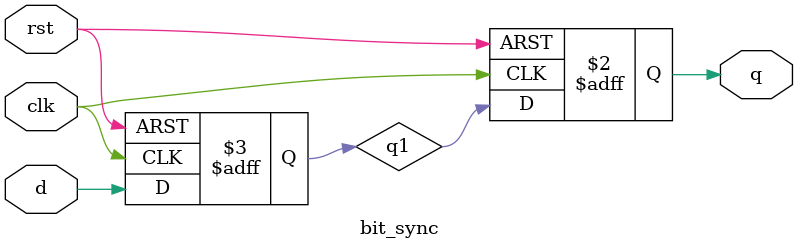
<source format=v>
module bit_sync (
    input  wire clk,
    input  wire rst,
    input  wire d,
    output reg  q
);
    reg q1;

    always @(posedge clk or posedge rst) begin
        if (rst) begin
            q1 <= 1'b0;
            q  <= 1'b0;
        end else begin
            q1 <= d;
            q  <= q1;
        end
    end
endmodule


</source>
